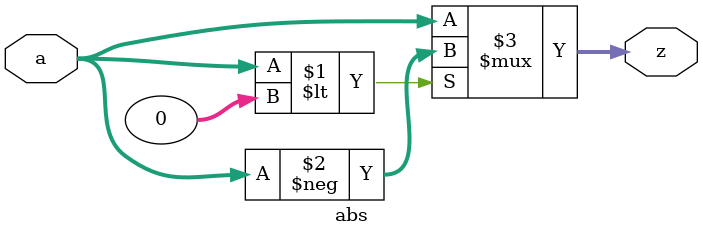
<source format=v>
module abs #(parameter DW = 16
	     )
   (
    //Inputs
    input signed [DW-1:0] a,
    //Outputs
    output [DW-1:0]       z
    );

   assign z = (a < 0) ? -a : a;

endmodule

</source>
